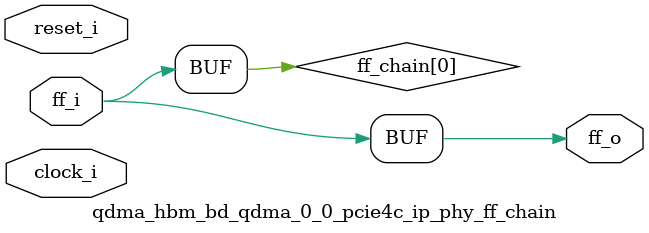
<source format=v>
/*****************************************************************************
** Description:
**    Flop Chain
**
******************************************************************************/

`timescale 1ps/1ps

`define AS_PHYREG(clk, reset, q, d, rstval)  \
   always @(posedge clk or posedge reset) begin \
      if (reset) \
         q  <= #(TCQ)   rstval;  \
      else  \
         q  <= #(TCQ)   d; \
   end

`define PHYREG(clk, reset, q, d, rstval)  \
   always @(posedge clk) begin \
      if (reset) \
         q  <= #(TCQ)   rstval;  \
      else  \
         q  <= #(TCQ)   d; \
   end

(* DowngradeIPIdentifiedWarnings = "yes" *)
module qdma_hbm_bd_qdma_0_0_pcie4c_ip_phy_ff_chain #(
   // Parameters
   parameter integer PIPELINE_STAGES   = 0,        // 0 = no pipeline; 1 = 1 stage; 2 = 2 stages; 3 = 3 stages
   parameter         ASYNC             = "FALSE",
   parameter integer FF_WIDTH          = 1,
   parameter integer RST_VAL           = 0,
   parameter integer TCQ               = 1
)  (   
   input  wire                         clock_i,          
   input  wire                         reset_i,           
   input  wire [FF_WIDTH-1:0]          ff_i,            
   output wire [FF_WIDTH-1:0]          ff_o        
   );

   genvar   var_i;

   reg   [FF_WIDTH-1:0]          ff_chain [PIPELINE_STAGES:0];

   always @(*) ff_chain[0] = ff_i;

generate
   if (PIPELINE_STAGES > 0) begin:  with_ff_chain
      for (var_i = 0; var_i < PIPELINE_STAGES; var_i = var_i + 1) begin: ff_chain_gen
         if (ASYNC == "TRUE") begin: async_rst
            `AS_PHYREG(clock_i, reset_i, ff_chain[var_i+1], ff_chain[var_i], RST_VAL)
         end else begin: sync_rst
            `PHYREG(clock_i, reset_i, ff_chain[var_i+1], ff_chain[var_i], RST_VAL)
         end
      end
   end
endgenerate

   assign ff_o = ff_chain[PIPELINE_STAGES];

endmodule

</source>
